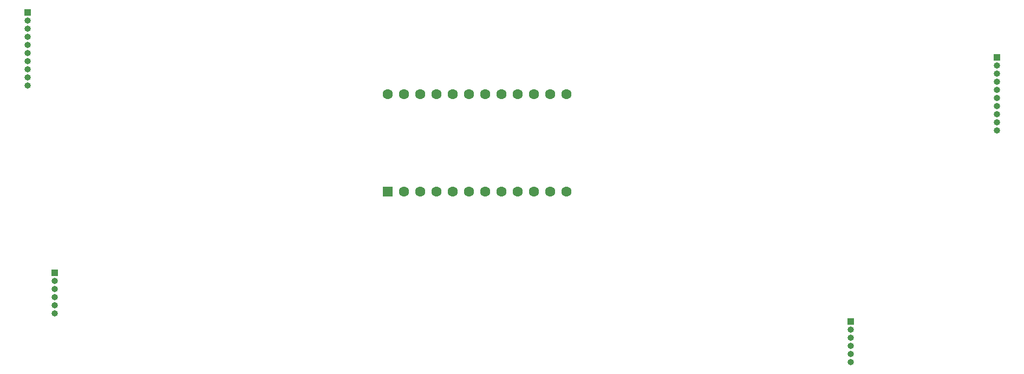
<source format=gbr>
%TF.GenerationSoftware,KiCad,Pcbnew,(6.0.6-0)*%
%TF.CreationDate,2022-07-12T12:34:36+02:00*%
%TF.ProjectId,btrfld,62747266-6c64-42e6-9b69-6361645f7063,rev?*%
%TF.SameCoordinates,Original*%
%TF.FileFunction,Copper,L1,Top*%
%TF.FilePolarity,Positive*%
%FSLAX46Y46*%
G04 Gerber Fmt 4.6, Leading zero omitted, Abs format (unit mm)*
G04 Created by KiCad (PCBNEW (6.0.6-0)) date 2022-07-12 12:34:36*
%MOMM*%
%LPD*%
G01*
G04 APERTURE LIST*
%TA.AperFunction,ComponentPad*%
%ADD10R,1.600000X1.600000*%
%TD*%
%TA.AperFunction,ComponentPad*%
%ADD11C,1.600000*%
%TD*%
%TA.AperFunction,ComponentPad*%
%ADD12R,1.000000X1.000000*%
%TD*%
%TA.AperFunction,ComponentPad*%
%ADD13O,1.000000X1.000000*%
%TD*%
G04 APERTURE END LIST*
D10*
%TO.P,PRO_MICRO1,1,Pin_1*%
%TO.N,/D3*%
X128270000Y-114300000D03*
D11*
%TO.P,PRO_MICRO1,2,Pin_2*%
%TO.N,/D2*%
X130810000Y-114300000D03*
%TO.P,PRO_MICRO1,3,Pin_3*%
%TO.N,unconnected-(PRO_MICRO1-Pad3)*%
X133350000Y-114300000D03*
%TO.P,PRO_MICRO1,4,Pin_4*%
%TO.N,unconnected-(PRO_MICRO1-Pad4)*%
X135890000Y-114300000D03*
%TO.P,PRO_MICRO1,5,Pin_5*%
%TO.N,/D1*%
X138430000Y-114300000D03*
%TO.P,PRO_MICRO1,6,Pin_6*%
%TO.N,/D0*%
X140970000Y-114300000D03*
%TO.P,PRO_MICRO1,7,Pin_7*%
%TO.N,/D4*%
X143510000Y-114300000D03*
%TO.P,PRO_MICRO1,8,Pin_8*%
%TO.N,/C6*%
X146050000Y-114300000D03*
%TO.P,PRO_MICRO1,9,Pin_9*%
%TO.N,/D7*%
X148590000Y-114300000D03*
%TO.P,PRO_MICRO1,10,Pin_10*%
%TO.N,/E6*%
X151130000Y-114300000D03*
%TO.P,PRO_MICRO1,11,Pin_11*%
%TO.N,/B4*%
X153670000Y-114300000D03*
%TO.P,PRO_MICRO1,12,Pin_12*%
%TO.N,/B5*%
X156210000Y-114300000D03*
%TO.P,PRO_MICRO1,13,Pin_13*%
%TO.N,/RAW*%
X156210000Y-99060000D03*
%TO.P,PRO_MICRO1,14,Pin_14*%
%TO.N,GNDREF*%
X153670000Y-99060000D03*
%TO.P,PRO_MICRO1,15,Pin_15*%
%TO.N,/RES*%
X151130000Y-99060000D03*
%TO.P,PRO_MICRO1,16,Pin_16*%
%TO.N,/VCC*%
X148590000Y-99060000D03*
%TO.P,PRO_MICRO1,17,Pin_17*%
%TO.N,/F4*%
X146050000Y-99060000D03*
%TO.P,PRO_MICRO1,18,Pin_18*%
%TO.N,/F5*%
X143510000Y-99060000D03*
%TO.P,PRO_MICRO1,19,Pin_19*%
%TO.N,/F6*%
X140970000Y-99060000D03*
%TO.P,PRO_MICRO1,20,Pin_20*%
%TO.N,/F7*%
X138430000Y-99060000D03*
%TO.P,PRO_MICRO1,21,Pin_21*%
%TO.N,/B1*%
X135890000Y-99060000D03*
%TO.P,PRO_MICRO1,22,Pin_22*%
%TO.N,/B3*%
X133350000Y-99060000D03*
%TO.P,PRO_MICRO1,23,Pin_23*%
%TO.N,/B2*%
X130810000Y-99060000D03*
%TO.P,PRO_MICRO1,24,Pin_24*%
%TO.N,/B6*%
X128270000Y-99060000D03*
%TD*%
D12*
%TO.P,R_THUMB1,1,Pin_1*%
%TO.N,/B6*%
X200660000Y-134620000D03*
D13*
%TO.P,R_THUMB1,2,Pin_2*%
%TO.N,/B2*%
X200660000Y-135890000D03*
%TO.P,R_THUMB1,3,Pin_3*%
%TO.N,/B3*%
X200660000Y-137160000D03*
%TO.P,R_THUMB1,4,Pin_4*%
%TO.N,/B1*%
X200660000Y-138430000D03*
%TO.P,R_THUMB1,5,Pin_5*%
%TO.N,/F7*%
X200660000Y-139700000D03*
%TO.P,R_THUMB1,6,Pin_6*%
%TO.N,/F5*%
X200660000Y-140970000D03*
%TD*%
D12*
%TO.P,R_BODY1,1,Pin_1*%
%TO.N,/D3*%
X223520000Y-93335000D03*
D13*
%TO.P,R_BODY1,2,Pin_2*%
%TO.N,/D2*%
X223520000Y-94605000D03*
%TO.P,R_BODY1,3,Pin_3*%
%TO.N,/D1*%
X223520000Y-95875000D03*
%TO.P,R_BODY1,4,Pin_4*%
%TO.N,/D0*%
X223520000Y-97145000D03*
%TO.P,R_BODY1,5,Pin_5*%
%TO.N,/B6*%
X223520000Y-98415000D03*
%TO.P,R_BODY1,6,Pin_6*%
%TO.N,/B2*%
X223520000Y-99685000D03*
%TO.P,R_BODY1,7,Pin_7*%
%TO.N,/B3*%
X223520000Y-100955000D03*
%TO.P,R_BODY1,8,Pin_8*%
%TO.N,/B1*%
X223520000Y-102225000D03*
%TO.P,R_BODY1,9,Pin_9*%
%TO.N,/F7*%
X223520000Y-103495000D03*
%TO.P,R_BODY1,10,Pin_10*%
%TO.N,/F6*%
X223520000Y-104765000D03*
%TD*%
D12*
%TO.P,L_THUMB1,1,Pin_1*%
%TO.N,/D4*%
X76200000Y-127000000D03*
D13*
%TO.P,L_THUMB1,2,Pin_2*%
%TO.N,/C6*%
X76200000Y-128270000D03*
%TO.P,L_THUMB1,3,Pin_3*%
%TO.N,/D7*%
X76200000Y-129540000D03*
%TO.P,L_THUMB1,4,Pin_4*%
%TO.N,/E6*%
X76200000Y-130810000D03*
%TO.P,L_THUMB1,5,Pin_5*%
%TO.N,/B4*%
X76200000Y-132080000D03*
%TO.P,L_THUMB1,6,Pin_6*%
%TO.N,/F5*%
X76200000Y-133350000D03*
%TD*%
D12*
%TO.P,L_BODY1,1,Pin_1*%
%TO.N,/D3*%
X72000000Y-86275000D03*
D13*
%TO.P,L_BODY1,2,Pin_2*%
%TO.N,/D2*%
X72000000Y-87545000D03*
%TO.P,L_BODY1,3,Pin_3*%
%TO.N,/D1*%
X72000000Y-88815000D03*
%TO.P,L_BODY1,4,Pin_4*%
%TO.N,/D0*%
X72000000Y-90085000D03*
%TO.P,L_BODY1,5,Pin_5*%
%TO.N,/D4*%
X72000000Y-91355000D03*
%TO.P,L_BODY1,6,Pin_6*%
%TO.N,/C6*%
X72000000Y-92625000D03*
%TO.P,L_BODY1,7,Pin_7*%
%TO.N,/D7*%
X72000000Y-93895000D03*
%TO.P,L_BODY1,8,Pin_8*%
%TO.N,/E6*%
X72000000Y-95165000D03*
%TO.P,L_BODY1,9,Pin_9*%
%TO.N,/B4*%
X72000000Y-96435000D03*
%TO.P,L_BODY1,10,Pin_10*%
%TO.N,/B5*%
X72000000Y-97705000D03*
%TD*%
M02*

</source>
